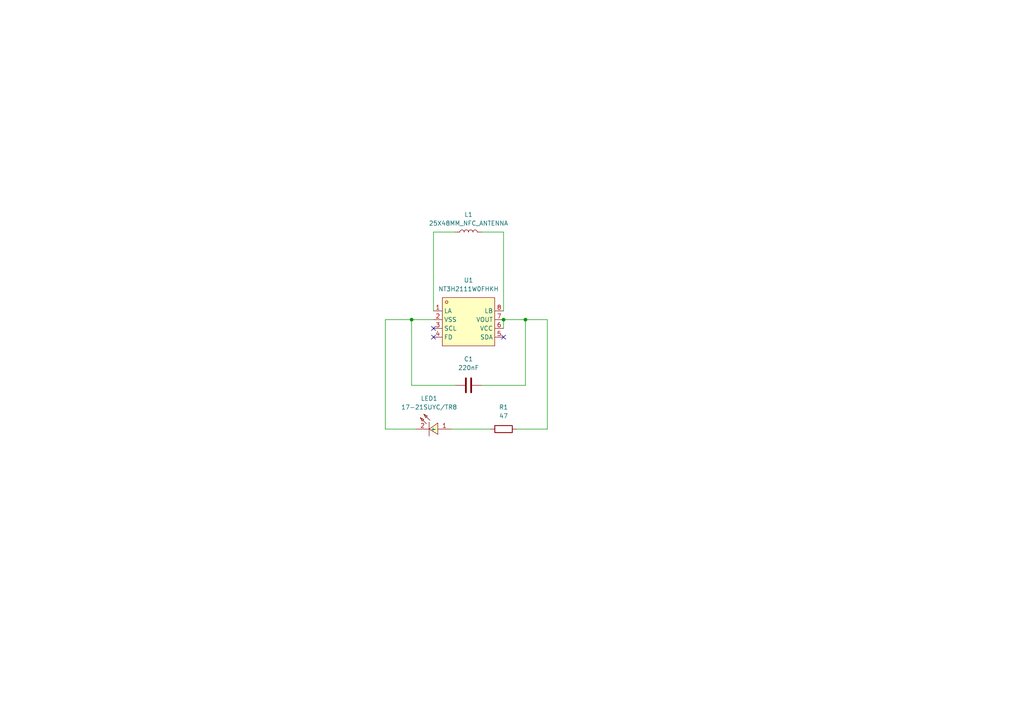
<source format=kicad_sch>
(kicad_sch (version 20250114) (generator "eeschema") (generator_version "9.0")
  (paper "A4")
  (lib_symbols
    (symbol "CyberCard:17-21SUYC_TR8"
      (property "Reference" "LED" (at 0 5.08 0))
      (property "Value" "17-21SUYC/TR8" (at 0 -5.08 0))
      (symbol "17-21SUYC_TR8_0_1"
        (polyline (pts (xy -3.81 3.3) (xy -2.79 2.79) (xy -3.3 2.29) (xy -3.81 3.3)) (fill (type background)))
        (polyline (pts (xy -2.79 4.32) (xy -1.78 3.81) (xy -2.29 3.3) (xy -2.79 4.32)) (fill (type background)))
        (polyline (pts (xy -2.03 1.52) (xy -3.81 3.3)))
        (polyline (pts (xy -1.27 2.03) (xy -1.27 -2.03)))
        (polyline (pts (xy -1.02 2.54) (xy -2.79 4.32)))
        (polyline (pts (xy 1.27 -1.52) (xy -1.27 0) (xy 1.27 1.78) (xy 1.27 -1.52)) (fill (type background)))
        (pin unspecified line (at -5.08 0 0) (length 3.81) (name "-") (number "2"))
        (pin unspecified line (at 5.08 0 180) (length 3.81) (name "+") (number "1"))
      )
    )
    (symbol "CyberCard:NT3H2111W0FHKH"
      (property "Reference" "U" (at 0 8.89 0))
      (property "Value" "NT3H2111W0FHKH" (at 0 -8.89 0))
      (symbol "NT3H2111W0FHKH_0_1"
        (rectangle (start -7.62 7.62) (end 7.62 -6.35) (fill (type background)))
        (circle (center -6.35 6.35) (radius 0.38))
        (pin unspecified line (at -10.16 3.81 0) (length 2.54) (name "LA") (number "1"))
        (pin unspecified line (at -10.16 1.27 0) (length 2.54) (name "VSS") (number "2"))
        (pin unspecified line (at -10.16 -1.27 0) (length 2.54) (name "SCL") (number "3"))
        (pin unspecified line (at -10.16 -3.81 0) (length 2.54) (name "FD") (number "4"))
        (pin unspecified line (at 10.16 3.81 180) (length 2.54) (name "LB") (number "8"))
        (pin unspecified line (at 10.16 1.27 180) (length 2.54) (name "VOUT") (number "7"))
        (pin unspecified line (at 10.16 -1.27 180) (length 2.54) (name "VCC") (number "6"))
        (pin unspecified line (at 10.16 -3.81 180) (length 2.54) (name "SDA") (number "5"))
      )
    )
    (symbol "Device:C" (pin_numbers (hide yes)) (pin_names (offset 0.254))
      (property "Reference" "C" (at 0.635 2.54 0))
      (property "Value" "C" (at 0.635 -2.54 0))
      (symbol "C_0_1"
        (polyline (pts (xy -2.032 0.762) (xy 2.032 0.762)) (stroke (width 0.508)))
        (polyline (pts (xy -2.032 -0.762) (xy 2.032 -0.762)) (stroke (width 0.508)))
      )
      (symbol "C_1_1"
        (pin passive line (at 0 3.81 270) (length 2.794) (name "~") (number "1"))
        (pin passive line (at 0 -3.81 90) (length 2.794) (name "~") (number "2"))
      )
    )
    (symbol "Device:L" (pin_numbers (hide yes)) (pin_names (offset 1.016) (hide yes))
      (property "Reference" "L" (at -1.27 0 90))
      (property "Value" "L" (at 1.905 0 90))
      (symbol "L_0_1"
        (arc (start 0 2.54) (mid 0.6323 1.905) (end 0 1.27))
        (arc (start 0 1.27) (mid 0.6323 0.635) (end 0 0))
        (arc (start 0 0) (mid 0.6323 -0.635) (end 0 -1.27))
        (arc (start 0 -1.27) (mid 0.6323 -1.905) (end 0 -2.54))
      )
      (symbol "L_1_1"
        (pin passive line (at 0 3.81 270) (length 1.27) (name "1") (number "1"))
        (pin passive line (at 0 -3.81 90) (length 1.27) (name "2") (number "2"))
      )
    )
    (symbol "Device:R" (pin_numbers (hide yes)) (pin_names (offset 0))
      (property "Reference" "R" (at 2.032 0 90))
      (property "Value" "R" (at 0 0 90))
      (symbol "R_0_1"
        (rectangle (start -1.016 -2.54) (end 1.016 2.54) (stroke (width 0.254)))
      )
      (symbol "R_1_1"
        (pin passive line (at 0 3.81 270) (length 1.27) (name "~") (number "1"))
        (pin passive line (at 0 -3.81 90) (length 1.27) (name "~") (number "2"))
      )
    )
  )
  (junction (at 119.38 92.71))
  (junction (at 152.4 92.71))
  (junction (at 146.05 92.71))
  (no_connect (at 125.73 95.25))
  (no_connect (at 125.73 97.79))
  (no_connect (at 146.05 97.79))
  (wire (pts (xy 152.4 92.71) (xy 158.75 92.71)))
  (wire (pts (xy 146.05 92.71) (xy 146.05 95.25)))
  (wire (pts (xy 132.08 111.76) (xy 119.38 111.76)))
  (wire (pts (xy 158.75 92.71) (xy 158.75 124.46)))
  (wire (pts (xy 152.4 111.76) (xy 152.4 92.71)))
  (wire (pts (xy 119.38 92.71) (xy 111.76 92.71)))
  (wire (pts (xy 125.73 90.17) (xy 125.73 67.31)))
  (wire (pts (xy 119.38 111.76) (xy 119.38 92.71)))
  (wire (pts (xy 146.05 67.31) (xy 139.7 67.31)))
  (wire (pts (xy 111.76 124.46) (xy 120.65 124.46)))
  (wire (pts (xy 139.7 111.76) (xy 152.4 111.76)))
  (wire (pts (xy 146.05 92.71) (xy 152.4 92.71)))
  (wire (pts (xy 125.73 92.71) (xy 119.38 92.71)))
  (wire (pts (xy 111.76 92.71) (xy 111.76 124.46)))
  (wire (pts (xy 130.81 124.46) (xy 142.24 124.46)))
  (wire (pts (xy 125.73 67.31) (xy 132.08 67.31)))
  (wire (pts (xy 158.75 124.46) (xy 149.86 124.46)))
  (wire (pts (xy 146.05 90.17) (xy 146.05 67.31)))
  (symbol (lib_id "Device:C") (at 135.89 111.76 90) (unit 1)
    (property "Reference" "C1" (at 135.89 104.14 90))
    (property "Value" "220nF" (at 135.89 106.68 90))
    (property "Footprint" "Capacitor_SMD:C_0603_1608Metric" (effects (hide yes)))
    (property "Description" "Unpolarized capacitor" (effects (hide yes)))
    (property "LCSC" "C21120" (effects (hide yes)))
  )
  (symbol (lib_id "CyberCard:NT3H2111W0FHKH") (at 135.89 93.98 0) (unit 1)
    (property "Reference" "U1" (at 135.89 81.28 0))
    (property "Value" "NT3H2111W0FHKH" (at 135.89 83.82 0))
    (property "Footprint" "CyberCard:XQFN-8_L1.6-W1.6-P0.50-BL_NT3H2111W0FHKH" (effects (hide yes)))
    (property "LCSC" "C710403" (effects (hide yes)))
  )
  (symbol (lib_id "CyberCard:17-21SUYC_TR8") (at 125.73 124.46 0) (unit 1)
    (property "Reference" "LED1" (at 124.46 115.57 0))
    (property "Value" "17-21SUYC/TR8" (at 124.46 118.11 0))
    (property "Footprint" "CyberCard:LED0805-R-RD" (effects (hide yes)))
    (property "Datasheet" "https://lcsc.com/product-detail/Light-Emitting-Diodes-LED_Yellow-light-0805-Highlighted_C2296.html" (effects (hide yes)))
    (property "LCSC" "C2296" (effects (hide yes)))
  )
  (symbol (lib_id "Device:R") (at 146.05 124.46 90) (unit 1)
    (property "Reference" "R1" (at 146.05 118.11 90))
    (property "Value" "47" (at 146.05 120.65 90))
    (property "Footprint" "PCM_Resistor_SMD_AKL:R_0603_1608Metric" (effects (hide yes)))
    (property "Description" "Resistor" (effects (hide yes)))
    (property "LCSC" "C23182" (effects (hide yes)))
  )
  (symbol (lib_id "Device:L") (at 135.89 67.31 90) (unit 1)
    (property "Reference" "L1" (at 135.89 62.23 90))
    (property "Value" "25X48MM_NFC_ANTENNA" (at 135.89 64.77 90))
    (property "Footprint" "CyberCard:25X48MM_NFC_ANTENNA" (effects (hide yes)))
    (property "Description" "Inductor" (effects (hide yes)))
  )
)
</source>
